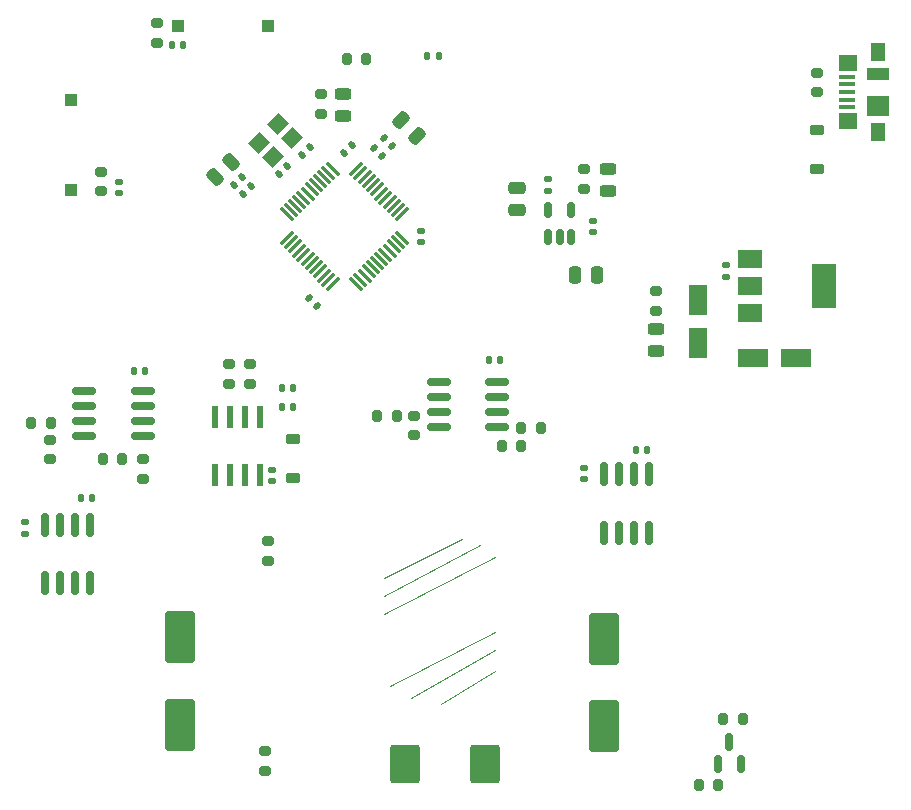
<source format=gbr>
%TF.GenerationSoftware,KiCad,Pcbnew,7.0.5*%
%TF.CreationDate,2024-05-08T14:59:28+07:00*%
%TF.ProjectId,Project232,50726f6a-6563-4743-9233-322e6b696361,rev?*%
%TF.SameCoordinates,Original*%
%TF.FileFunction,Paste,Top*%
%TF.FilePolarity,Positive*%
%FSLAX46Y46*%
G04 Gerber Fmt 4.6, Leading zero omitted, Abs format (unit mm)*
G04 Created by KiCad (PCBNEW 7.0.5) date 2024-05-08 14:59:28*
%MOMM*%
%LPD*%
G01*
G04 APERTURE LIST*
G04 Aperture macros list*
%AMRoundRect*
0 Rectangle with rounded corners*
0 $1 Rounding radius*
0 $2 $3 $4 $5 $6 $7 $8 $9 X,Y pos of 4 corners*
0 Add a 4 corners polygon primitive as box body*
4,1,4,$2,$3,$4,$5,$6,$7,$8,$9,$2,$3,0*
0 Add four circle primitives for the rounded corners*
1,1,$1+$1,$2,$3*
1,1,$1+$1,$4,$5*
1,1,$1+$1,$6,$7*
1,1,$1+$1,$8,$9*
0 Add four rect primitives between the rounded corners*
20,1,$1+$1,$2,$3,$4,$5,0*
20,1,$1+$1,$4,$5,$6,$7,0*
20,1,$1+$1,$6,$7,$8,$9,0*
20,1,$1+$1,$8,$9,$2,$3,0*%
%AMRotRect*
0 Rectangle, with rotation*
0 The origin of the aperture is its center*
0 $1 length*
0 $2 width*
0 $3 Rotation angle, in degrees counterclockwise*
0 Add horizontal line*
21,1,$1,$2,0,0,$3*%
G04 Aperture macros list end*
%ADD10C,0.100000*%
%ADD11RoundRect,0.140000X0.140000X0.170000X-0.140000X0.170000X-0.140000X-0.170000X0.140000X-0.170000X0*%
%ADD12RoundRect,0.140000X-0.170000X0.140000X-0.170000X-0.140000X0.170000X-0.140000X0.170000X0.140000X0*%
%ADD13RoundRect,0.140000X0.021213X-0.219203X0.219203X-0.021213X-0.021213X0.219203X-0.219203X0.021213X0*%
%ADD14RoundRect,0.250000X-0.550000X1.050000X-0.550000X-1.050000X0.550000X-1.050000X0.550000X1.050000X0*%
%ADD15RoundRect,0.140000X0.170000X-0.140000X0.170000X0.140000X-0.170000X0.140000X-0.170000X-0.140000X0*%
%ADD16R,2.000000X1.500000*%
%ADD17R,2.000000X3.800000*%
%ADD18RoundRect,0.200000X-0.200000X-0.275000X0.200000X-0.275000X0.200000X0.275000X-0.200000X0.275000X0*%
%ADD19RoundRect,0.150000X-0.825000X-0.150000X0.825000X-0.150000X0.825000X0.150000X-0.825000X0.150000X0*%
%ADD20RoundRect,0.200000X0.275000X-0.200000X0.275000X0.200000X-0.275000X0.200000X-0.275000X-0.200000X0*%
%ADD21RoundRect,0.200000X-0.275000X0.200000X-0.275000X-0.200000X0.275000X-0.200000X0.275000X0.200000X0*%
%ADD22RoundRect,0.250000X-0.512652X-0.159099X-0.159099X-0.512652X0.512652X0.159099X0.159099X0.512652X0*%
%ADD23RoundRect,0.140000X-0.140000X-0.170000X0.140000X-0.170000X0.140000X0.170000X-0.140000X0.170000X0*%
%ADD24RoundRect,0.140000X-0.219203X-0.021213X-0.021213X-0.219203X0.219203X0.021213X0.021213X0.219203X0*%
%ADD25RoundRect,0.075000X-0.521491X0.415425X0.415425X-0.521491X0.521491X-0.415425X-0.415425X0.521491X0*%
%ADD26RoundRect,0.075000X-0.521491X-0.415425X-0.415425X-0.521491X0.521491X0.415425X0.415425X0.521491X0*%
%ADD27RoundRect,0.250000X-0.250000X-0.475000X0.250000X-0.475000X0.250000X0.475000X-0.250000X0.475000X0*%
%ADD28RoundRect,0.200000X0.200000X0.275000X-0.200000X0.275000X-0.200000X-0.275000X0.200000X-0.275000X0*%
%ADD29RoundRect,0.225000X0.375000X-0.225000X0.375000X0.225000X-0.375000X0.225000X-0.375000X-0.225000X0*%
%ADD30R,1.380000X0.450000*%
%ADD31R,1.300000X1.650000*%
%ADD32R,1.550000X1.425000*%
%ADD33R,1.900000X1.800000*%
%ADD34R,1.900000X1.000000*%
%ADD35R,0.508000X1.981200*%
%ADD36RoundRect,0.150000X0.150000X-0.512500X0.150000X0.512500X-0.150000X0.512500X-0.150000X-0.512500X0*%
%ADD37RoundRect,0.243750X-0.456250X0.243750X-0.456250X-0.243750X0.456250X-0.243750X0.456250X0.243750X0*%
%ADD38RoundRect,0.150000X0.150000X-0.587500X0.150000X0.587500X-0.150000X0.587500X-0.150000X-0.587500X0*%
%ADD39RoundRect,0.243750X0.456250X-0.243750X0.456250X0.243750X-0.456250X0.243750X-0.456250X-0.243750X0*%
%ADD40RoundRect,0.150000X0.150000X-0.825000X0.150000X0.825000X-0.150000X0.825000X-0.150000X-0.825000X0*%
%ADD41RoundRect,0.140000X-0.021213X0.219203X-0.219203X0.021213X0.021213X-0.219203X0.219203X-0.021213X0*%
%ADD42RoundRect,0.250000X-1.050000X-0.550000X1.050000X-0.550000X1.050000X0.550000X-1.050000X0.550000X0*%
%ADD43RoundRect,0.250000X-0.159099X0.512652X-0.512652X0.159099X0.159099X-0.512652X0.512652X-0.159099X0*%
%ADD44RoundRect,0.250000X-1.000000X1.950000X-1.000000X-1.950000X1.000000X-1.950000X1.000000X1.950000X0*%
%ADD45R,1.000000X1.000000*%
%ADD46RoundRect,0.250000X0.475000X-0.250000X0.475000X0.250000X-0.475000X0.250000X-0.475000X-0.250000X0*%
%ADD47RoundRect,0.250000X1.000000X-1.400000X1.000000X1.400000X-1.000000X1.400000X-1.000000X-1.400000X0*%
%ADD48RoundRect,0.140000X0.219203X0.021213X0.021213X0.219203X-0.219203X-0.021213X-0.021213X-0.219203X0*%
%ADD49RotRect,1.400000X1.200000X225.000000*%
G04 APERTURE END LIST*
D10*
%TO.C,L1*%
X129971800Y-124968000D02*
X138861800Y-120396000D01*
X131749800Y-125984000D02*
X138861800Y-121920000D01*
X134289800Y-126492000D02*
X138861800Y-123698000D01*
X136067800Y-112522000D02*
X129463800Y-115824000D01*
X137591800Y-113030000D02*
X129463800Y-117348000D01*
X138861800Y-114046000D02*
X129463800Y-118872000D01*
%TD*%
D11*
%TO.C,C25*%
X139276800Y-97332800D03*
X138316800Y-97332800D03*
%TD*%
D12*
%TO.C,C4*%
X132588000Y-86416000D03*
X132588000Y-87376000D03*
%TD*%
D13*
%TO.C,C3*%
X122494400Y-79990101D03*
X123173222Y-79311279D03*
%TD*%
D14*
%TO.C,C28*%
X156007201Y-92310401D03*
X156007201Y-95910401D03*
%TD*%
D15*
%TO.C,C15*%
X143357600Y-83030000D03*
X143357600Y-82070000D03*
%TD*%
D16*
%TO.C,U8*%
X160426400Y-88784400D03*
X160426400Y-91084400D03*
D17*
X166726400Y-91084400D03*
D16*
X160426400Y-93384400D03*
%TD*%
D15*
%TO.C,C20*%
X119986000Y-107642601D03*
X119986000Y-106682601D03*
%TD*%
D18*
%TO.C,R11*%
X156084000Y-133350000D03*
X157734000Y-133350000D03*
%TD*%
D19*
%TO.C,U7*%
X104066800Y-99999800D03*
X104066800Y-101269800D03*
X104066800Y-102539800D03*
X104066800Y-103809800D03*
X109016800Y-103809800D03*
X109016800Y-102539800D03*
X109016800Y-101269800D03*
X109016800Y-99999800D03*
%TD*%
D20*
%TO.C,R1*%
X124155201Y-76521600D03*
X124155201Y-74871600D03*
%TD*%
D15*
%TO.C,C29*%
X158394800Y-90294400D03*
X158394800Y-89334400D03*
%TD*%
D21*
%TO.C,R5*%
X119380000Y-130493000D03*
X119380000Y-132143000D03*
%TD*%
D22*
%TO.C,FB1*%
X130900249Y-77052249D03*
X132243751Y-78395751D03*
%TD*%
D23*
%TO.C,C18*%
X120784199Y-99728400D03*
X121744199Y-99728400D03*
%TD*%
D20*
%TO.C,R21*%
X116331999Y-99377000D03*
X116331999Y-97727000D03*
%TD*%
D15*
%TO.C,C5*%
X107010200Y-83261200D03*
X107010200Y-82301200D03*
%TD*%
D24*
%TO.C,C2*%
X128617510Y-79391750D03*
X129296332Y-80070572D03*
%TD*%
D11*
%TO.C,C19*%
X104721600Y-109016799D03*
X103761600Y-109016799D03*
%TD*%
D25*
%TO.C,U1*%
X125102412Y-81147425D03*
X124748858Y-81500979D03*
X124395305Y-81854532D03*
X124041751Y-82208086D03*
X123688198Y-82561639D03*
X123334645Y-82915192D03*
X122981091Y-83268746D03*
X122627538Y-83622299D03*
X122273985Y-83975852D03*
X121920431Y-84329406D03*
X121566878Y-84682959D03*
X121213324Y-85036513D03*
D26*
X121213324Y-87034089D03*
X121566878Y-87387643D03*
X121920431Y-87741196D03*
X122273985Y-88094750D03*
X122627538Y-88448303D03*
X122981091Y-88801856D03*
X123334645Y-89155410D03*
X123688198Y-89508963D03*
X124041751Y-89862516D03*
X124395305Y-90216070D03*
X124748858Y-90569623D03*
X125102412Y-90923177D03*
D25*
X127099988Y-90923177D03*
X127453542Y-90569623D03*
X127807095Y-90216070D03*
X128160649Y-89862516D03*
X128514202Y-89508963D03*
X128867755Y-89155410D03*
X129221309Y-88801856D03*
X129574862Y-88448303D03*
X129928415Y-88094750D03*
X130281969Y-87741196D03*
X130635522Y-87387643D03*
X130989076Y-87034089D03*
D26*
X130989076Y-85036513D03*
X130635522Y-84682959D03*
X130281969Y-84329406D03*
X129928415Y-83975852D03*
X129574862Y-83622299D03*
X129221309Y-83268746D03*
X128867755Y-82915192D03*
X128514202Y-82561639D03*
X128160649Y-82208086D03*
X127807095Y-81854532D03*
X127453542Y-81500979D03*
X127099988Y-81147425D03*
%TD*%
D21*
%TO.C,R4*%
X119634000Y-112713000D03*
X119634000Y-114363000D03*
%TD*%
D20*
%TO.C,R8*%
X109016800Y-107416600D03*
X109016800Y-105766600D03*
%TD*%
D27*
%TO.C,C11*%
X145592800Y-90170000D03*
X147492800Y-90170000D03*
%TD*%
D13*
%TO.C,C1*%
X126085079Y-79873006D03*
X126763901Y-79194184D03*
%TD*%
D28*
%TO.C,R14*%
X142721600Y-103098600D03*
X141071600Y-103098600D03*
%TD*%
D29*
%TO.C,D2*%
X121763999Y-107390199D03*
X121763999Y-104090199D03*
%TD*%
D30*
%TO.C,J1*%
X168628000Y-75976000D03*
X168628000Y-75326000D03*
X168628000Y-74676000D03*
X168628000Y-74026000D03*
X168628000Y-73376000D03*
D31*
X171288000Y-78051000D03*
D32*
X168713000Y-77163500D03*
D33*
X171288000Y-75826000D03*
D34*
X171288000Y-73126000D03*
D32*
X168713000Y-72188500D03*
D31*
X171288000Y-71301000D03*
%TD*%
D35*
%TO.C,U6*%
X118970000Y-102184200D03*
X117700000Y-102184200D03*
X116430000Y-102184200D03*
X115160000Y-102184200D03*
X115160000Y-107111800D03*
X116430000Y-107111800D03*
X117700000Y-107111800D03*
X118970000Y-107111800D03*
%TD*%
D36*
%TO.C,U2*%
X143372800Y-86964100D03*
X144322800Y-86964100D03*
X145272800Y-86964100D03*
X145272800Y-84689100D03*
X143372800Y-84689100D03*
%TD*%
D12*
%TO.C,C13*%
X147116800Y-85600601D03*
X147116800Y-86560601D03*
%TD*%
D18*
%TO.C,R3*%
X126302000Y-71907400D03*
X127952000Y-71907400D03*
%TD*%
D37*
%TO.C,D1*%
X125984000Y-74833000D03*
X125984000Y-76708000D03*
%TD*%
D28*
%TO.C,R7*%
X130542800Y-102133400D03*
X128892800Y-102133400D03*
%TD*%
D11*
%TO.C,C21*%
X151734400Y-105014800D03*
X150774400Y-105014800D03*
%TD*%
D20*
%TO.C,R17*%
X146354800Y-82841600D03*
X146354800Y-81191600D03*
%TD*%
D38*
%TO.C,Q5*%
X157734000Y-131572000D03*
X159634000Y-131572000D03*
X158684000Y-129697000D03*
%TD*%
D21*
%TO.C,R16*%
X152502002Y-91529399D03*
X152502002Y-93179399D03*
%TD*%
D39*
%TO.C,D5*%
X148386800Y-83055700D03*
X148386800Y-81180700D03*
%TD*%
D24*
%TO.C,C8*%
X129425734Y-78547606D03*
X130104556Y-79226428D03*
%TD*%
D12*
%TO.C,C24*%
X146380200Y-106485400D03*
X146380200Y-107445400D03*
%TD*%
D20*
%TO.C,R6*%
X132003800Y-103720400D03*
X132003800Y-102070400D03*
%TD*%
D23*
%TO.C,C17*%
X120784199Y-101303200D03*
X121744199Y-101303200D03*
%TD*%
D11*
%TO.C,C12*%
X134084000Y-71628000D03*
X133124000Y-71628000D03*
%TD*%
D40*
%TO.C,U3*%
X148056600Y-111974400D03*
X149326600Y-111974400D03*
X150596600Y-111974400D03*
X151866600Y-111974400D03*
X151866600Y-107024400D03*
X150596600Y-107024400D03*
X149326600Y-107024400D03*
X148056600Y-107024400D03*
%TD*%
D39*
%TO.C,D4*%
X152451201Y-96593899D03*
X152451201Y-94718899D03*
%TD*%
D41*
%TO.C,C9*%
X118172544Y-82651600D03*
X117493722Y-83330422D03*
%TD*%
D21*
%TO.C,R2*%
X166116000Y-73026000D03*
X166116000Y-74676000D03*
%TD*%
D12*
%TO.C,C22*%
X99085398Y-111103999D03*
X99085398Y-112063999D03*
%TD*%
D20*
%TO.C,R18*%
X118110000Y-99377000D03*
X118110000Y-97727000D03*
%TD*%
%TO.C,R20*%
X105486200Y-83070200D03*
X105486200Y-81420200D03*
%TD*%
D21*
%TO.C,R19*%
X110210600Y-68860400D03*
X110210600Y-70510400D03*
%TD*%
D42*
%TO.C,C27*%
X160709600Y-97231199D03*
X164309600Y-97231199D03*
%TD*%
D18*
%TO.C,R12*%
X99572000Y-102665800D03*
X101222000Y-102665800D03*
%TD*%
D29*
%TO.C,D3*%
X166116000Y-81152000D03*
X166116000Y-77852000D03*
%TD*%
D19*
%TO.C,U5*%
X134100800Y-99212400D03*
X134100800Y-100482400D03*
X134100800Y-101752400D03*
X134100800Y-103022400D03*
X139050800Y-103022400D03*
X139050800Y-101752400D03*
X139050800Y-100482400D03*
X139050800Y-99212400D03*
%TD*%
D43*
%TO.C,FB2*%
X116495751Y-80557449D03*
X115152249Y-81900951D03*
%TD*%
D28*
%TO.C,R9*%
X107301800Y-105778800D03*
X105651800Y-105778800D03*
%TD*%
D44*
%TO.C,C23*%
X148082000Y-120963200D03*
X148082000Y-128363200D03*
%TD*%
D40*
%TO.C,U4*%
X100711000Y-116267000D03*
X101981000Y-116267000D03*
X103251000Y-116267000D03*
X104521000Y-116267000D03*
X104521000Y-111317000D03*
X103251000Y-111317000D03*
X101981000Y-111317000D03*
X100711000Y-111317000D03*
%TD*%
D20*
%TO.C,R13*%
X101142800Y-105764600D03*
X101142800Y-104114600D03*
%TD*%
D11*
%TO.C,C26*%
X109220400Y-98323400D03*
X108260400Y-98323400D03*
%TD*%
D44*
%TO.C,C16*%
X112141000Y-120836200D03*
X112141000Y-128236200D03*
%TD*%
D18*
%TO.C,R15*%
X139408400Y-104673400D03*
X141058400Y-104673400D03*
%TD*%
D41*
%TO.C,C10*%
X117401519Y-81880575D03*
X116722697Y-82559397D03*
%TD*%
D45*
%TO.C,SW1*%
X102946200Y-75387200D03*
X102946200Y-83007200D03*
%TD*%
D46*
%TO.C,C14*%
X140716000Y-84679801D03*
X140716000Y-82779801D03*
%TD*%
D28*
%TO.C,R10*%
X159829000Y-127762000D03*
X158179000Y-127762000D03*
%TD*%
D23*
%TO.C,C30*%
X111508600Y-70689200D03*
X112468600Y-70689200D03*
%TD*%
D41*
%TO.C,C6*%
X121243411Y-80940589D03*
X120564589Y-81619411D03*
%TD*%
D47*
%TO.C,D6*%
X131220000Y-131597400D03*
X138020000Y-131597400D03*
%TD*%
D48*
%TO.C,C7*%
X123783411Y-92795411D03*
X123104589Y-92116589D03*
%TD*%
D49*
%TO.C,HSE1*%
X120444071Y-77389926D03*
X118888436Y-78945561D03*
X120090517Y-80147642D03*
X121646152Y-78592007D03*
%TD*%
D45*
%TO.C,SW2*%
X112014000Y-69088000D03*
X119634000Y-69088000D03*
%TD*%
M02*

</source>
